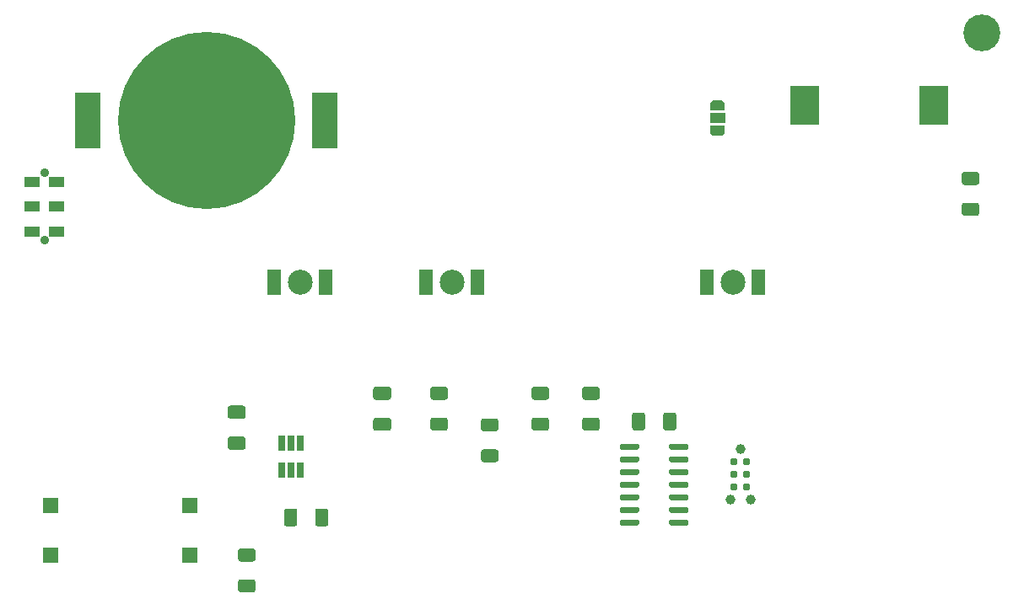
<source format=gts>
%TF.GenerationSoftware,KiCad,Pcbnew,(5.1.9)-1*%
%TF.CreationDate,2021-11-29T08:04:12-06:00*%
%TF.ProjectId,chrimbus2021,63687269-6d62-4757-9332-3032312e6b69,rev?*%
%TF.SameCoordinates,Original*%
%TF.FileFunction,Soldermask,Top*%
%TF.FilePolarity,Negative*%
%FSLAX46Y46*%
G04 Gerber Fmt 4.6, Leading zero omitted, Abs format (unit mm)*
G04 Created by KiCad (PCBNEW (5.1.9)-1) date 2021-11-29 08:04:12*
%MOMM*%
%LPD*%
G01*
G04 APERTURE LIST*
%ADD10C,0.900000*%
%ADD11R,1.600000X1.000000*%
%ADD12R,0.650000X1.560000*%
%ADD13R,1.550000X1.600000*%
%ADD14R,3.000000X4.000000*%
%ADD15R,1.500000X1.000000*%
%ADD16C,0.100000*%
%ADD17C,0.787400*%
%ADD18C,0.990600*%
%ADD19R,1.400000X2.600000*%
%ADD20C,2.500000*%
%ADD21R,2.600000X5.560000*%
%ADD22C,17.800000*%
%ADD23C,3.700000*%
G04 APERTURE END LIST*
%TO.C,C1*%
G36*
G01*
X117210000Y-112379999D02*
X117210000Y-113680001D01*
G75*
G02*
X116960001Y-113930000I-249999J0D01*
G01*
X116134999Y-113930000D01*
G75*
G02*
X115885000Y-113680001I0J249999D01*
G01*
X115885000Y-112379999D01*
G75*
G02*
X116134999Y-112130000I249999J0D01*
G01*
X116960001Y-112130000D01*
G75*
G02*
X117210000Y-112379999I0J-249999D01*
G01*
G37*
G36*
G01*
X120335000Y-112379999D02*
X120335000Y-113680001D01*
G75*
G02*
X120085001Y-113930000I-249999J0D01*
G01*
X119259999Y-113930000D01*
G75*
G02*
X119010000Y-113680001I0J249999D01*
G01*
X119010000Y-112379999D01*
G75*
G02*
X119259999Y-112130000I249999J0D01*
G01*
X120085001Y-112130000D01*
G75*
G02*
X120335000Y-112379999I0J-249999D01*
G01*
G37*
%TD*%
D10*
%TO.C,SW2*%
X56896000Y-94840000D03*
X56896000Y-88040000D03*
D11*
X55696000Y-88940000D03*
X55696000Y-91440000D03*
X55696000Y-93940000D03*
X58096000Y-93940000D03*
X58096000Y-91440000D03*
X58096000Y-88940000D03*
%TD*%
D12*
%TO.C,U2*%
X81661000Y-117936000D03*
X82611000Y-117936000D03*
X80711000Y-117936000D03*
X80711000Y-115236000D03*
X81661000Y-115236000D03*
X82611000Y-115236000D03*
%TD*%
%TO.C,U1*%
G36*
G01*
X119610000Y-115720000D02*
X119610000Y-115420000D01*
G75*
G02*
X119760000Y-115270000I150000J0D01*
G01*
X121410000Y-115270000D01*
G75*
G02*
X121560000Y-115420000I0J-150000D01*
G01*
X121560000Y-115720000D01*
G75*
G02*
X121410000Y-115870000I-150000J0D01*
G01*
X119760000Y-115870000D01*
G75*
G02*
X119610000Y-115720000I0J150000D01*
G01*
G37*
G36*
G01*
X119610000Y-116990000D02*
X119610000Y-116690000D01*
G75*
G02*
X119760000Y-116540000I150000J0D01*
G01*
X121410000Y-116540000D01*
G75*
G02*
X121560000Y-116690000I0J-150000D01*
G01*
X121560000Y-116990000D01*
G75*
G02*
X121410000Y-117140000I-150000J0D01*
G01*
X119760000Y-117140000D01*
G75*
G02*
X119610000Y-116990000I0J150000D01*
G01*
G37*
G36*
G01*
X119610000Y-118260000D02*
X119610000Y-117960000D01*
G75*
G02*
X119760000Y-117810000I150000J0D01*
G01*
X121410000Y-117810000D01*
G75*
G02*
X121560000Y-117960000I0J-150000D01*
G01*
X121560000Y-118260000D01*
G75*
G02*
X121410000Y-118410000I-150000J0D01*
G01*
X119760000Y-118410000D01*
G75*
G02*
X119610000Y-118260000I0J150000D01*
G01*
G37*
G36*
G01*
X119610000Y-119530000D02*
X119610000Y-119230000D01*
G75*
G02*
X119760000Y-119080000I150000J0D01*
G01*
X121410000Y-119080000D01*
G75*
G02*
X121560000Y-119230000I0J-150000D01*
G01*
X121560000Y-119530000D01*
G75*
G02*
X121410000Y-119680000I-150000J0D01*
G01*
X119760000Y-119680000D01*
G75*
G02*
X119610000Y-119530000I0J150000D01*
G01*
G37*
G36*
G01*
X119610000Y-120800000D02*
X119610000Y-120500000D01*
G75*
G02*
X119760000Y-120350000I150000J0D01*
G01*
X121410000Y-120350000D01*
G75*
G02*
X121560000Y-120500000I0J-150000D01*
G01*
X121560000Y-120800000D01*
G75*
G02*
X121410000Y-120950000I-150000J0D01*
G01*
X119760000Y-120950000D01*
G75*
G02*
X119610000Y-120800000I0J150000D01*
G01*
G37*
G36*
G01*
X119610000Y-122070000D02*
X119610000Y-121770000D01*
G75*
G02*
X119760000Y-121620000I150000J0D01*
G01*
X121410000Y-121620000D01*
G75*
G02*
X121560000Y-121770000I0J-150000D01*
G01*
X121560000Y-122070000D01*
G75*
G02*
X121410000Y-122220000I-150000J0D01*
G01*
X119760000Y-122220000D01*
G75*
G02*
X119610000Y-122070000I0J150000D01*
G01*
G37*
G36*
G01*
X119610000Y-123340000D02*
X119610000Y-123040000D01*
G75*
G02*
X119760000Y-122890000I150000J0D01*
G01*
X121410000Y-122890000D01*
G75*
G02*
X121560000Y-123040000I0J-150000D01*
G01*
X121560000Y-123340000D01*
G75*
G02*
X121410000Y-123490000I-150000J0D01*
G01*
X119760000Y-123490000D01*
G75*
G02*
X119610000Y-123340000I0J150000D01*
G01*
G37*
G36*
G01*
X114660000Y-123340000D02*
X114660000Y-123040000D01*
G75*
G02*
X114810000Y-122890000I150000J0D01*
G01*
X116460000Y-122890000D01*
G75*
G02*
X116610000Y-123040000I0J-150000D01*
G01*
X116610000Y-123340000D01*
G75*
G02*
X116460000Y-123490000I-150000J0D01*
G01*
X114810000Y-123490000D01*
G75*
G02*
X114660000Y-123340000I0J150000D01*
G01*
G37*
G36*
G01*
X114660000Y-122070000D02*
X114660000Y-121770000D01*
G75*
G02*
X114810000Y-121620000I150000J0D01*
G01*
X116460000Y-121620000D01*
G75*
G02*
X116610000Y-121770000I0J-150000D01*
G01*
X116610000Y-122070000D01*
G75*
G02*
X116460000Y-122220000I-150000J0D01*
G01*
X114810000Y-122220000D01*
G75*
G02*
X114660000Y-122070000I0J150000D01*
G01*
G37*
G36*
G01*
X114660000Y-120800000D02*
X114660000Y-120500000D01*
G75*
G02*
X114810000Y-120350000I150000J0D01*
G01*
X116460000Y-120350000D01*
G75*
G02*
X116610000Y-120500000I0J-150000D01*
G01*
X116610000Y-120800000D01*
G75*
G02*
X116460000Y-120950000I-150000J0D01*
G01*
X114810000Y-120950000D01*
G75*
G02*
X114660000Y-120800000I0J150000D01*
G01*
G37*
G36*
G01*
X114660000Y-119530000D02*
X114660000Y-119230000D01*
G75*
G02*
X114810000Y-119080000I150000J0D01*
G01*
X116460000Y-119080000D01*
G75*
G02*
X116610000Y-119230000I0J-150000D01*
G01*
X116610000Y-119530000D01*
G75*
G02*
X116460000Y-119680000I-150000J0D01*
G01*
X114810000Y-119680000D01*
G75*
G02*
X114660000Y-119530000I0J150000D01*
G01*
G37*
G36*
G01*
X114660000Y-118260000D02*
X114660000Y-117960000D01*
G75*
G02*
X114810000Y-117810000I150000J0D01*
G01*
X116460000Y-117810000D01*
G75*
G02*
X116610000Y-117960000I0J-150000D01*
G01*
X116610000Y-118260000D01*
G75*
G02*
X116460000Y-118410000I-150000J0D01*
G01*
X114810000Y-118410000D01*
G75*
G02*
X114660000Y-118260000I0J150000D01*
G01*
G37*
G36*
G01*
X114660000Y-116990000D02*
X114660000Y-116690000D01*
G75*
G02*
X114810000Y-116540000I150000J0D01*
G01*
X116460000Y-116540000D01*
G75*
G02*
X116610000Y-116690000I0J-150000D01*
G01*
X116610000Y-116990000D01*
G75*
G02*
X116460000Y-117140000I-150000J0D01*
G01*
X114810000Y-117140000D01*
G75*
G02*
X114660000Y-116990000I0J150000D01*
G01*
G37*
G36*
G01*
X114660000Y-115720000D02*
X114660000Y-115420000D01*
G75*
G02*
X114810000Y-115270000I150000J0D01*
G01*
X116460000Y-115270000D01*
G75*
G02*
X116610000Y-115420000I0J-150000D01*
G01*
X116610000Y-115720000D01*
G75*
G02*
X116460000Y-115870000I-150000J0D01*
G01*
X114810000Y-115870000D01*
G75*
G02*
X114660000Y-115720000I0J150000D01*
G01*
G37*
%TD*%
D13*
%TO.C,SW1*%
X57541000Y-126452000D03*
X57541000Y-121452000D03*
X71491000Y-121452000D03*
X71491000Y-126452000D03*
%TD*%
%TO.C,R6*%
G36*
G01*
X111135000Y-112660000D02*
X112385000Y-112660000D01*
G75*
G02*
X112635000Y-112910000I0J-250000D01*
G01*
X112635000Y-113710000D01*
G75*
G02*
X112385000Y-113960000I-250000J0D01*
G01*
X111135000Y-113960000D01*
G75*
G02*
X110885000Y-113710000I0J250000D01*
G01*
X110885000Y-112910000D01*
G75*
G02*
X111135000Y-112660000I250000J0D01*
G01*
G37*
G36*
G01*
X111135000Y-109560000D02*
X112385000Y-109560000D01*
G75*
G02*
X112635000Y-109810000I0J-250000D01*
G01*
X112635000Y-110610000D01*
G75*
G02*
X112385000Y-110860000I-250000J0D01*
G01*
X111135000Y-110860000D01*
G75*
G02*
X110885000Y-110610000I0J250000D01*
G01*
X110885000Y-109810000D01*
G75*
G02*
X111135000Y-109560000I250000J0D01*
G01*
G37*
%TD*%
%TO.C,R5*%
G36*
G01*
X106055000Y-112660000D02*
X107305000Y-112660000D01*
G75*
G02*
X107555000Y-112910000I0J-250000D01*
G01*
X107555000Y-113710000D01*
G75*
G02*
X107305000Y-113960000I-250000J0D01*
G01*
X106055000Y-113960000D01*
G75*
G02*
X105805000Y-113710000I0J250000D01*
G01*
X105805000Y-112910000D01*
G75*
G02*
X106055000Y-112660000I250000J0D01*
G01*
G37*
G36*
G01*
X106055000Y-109560000D02*
X107305000Y-109560000D01*
G75*
G02*
X107555000Y-109810000I0J-250000D01*
G01*
X107555000Y-110610000D01*
G75*
G02*
X107305000Y-110860000I-250000J0D01*
G01*
X106055000Y-110860000D01*
G75*
G02*
X105805000Y-110610000I0J250000D01*
G01*
X105805000Y-109810000D01*
G75*
G02*
X106055000Y-109560000I250000J0D01*
G01*
G37*
%TD*%
%TO.C,R4*%
G36*
G01*
X95895000Y-112660000D02*
X97145000Y-112660000D01*
G75*
G02*
X97395000Y-112910000I0J-250000D01*
G01*
X97395000Y-113710000D01*
G75*
G02*
X97145000Y-113960000I-250000J0D01*
G01*
X95895000Y-113960000D01*
G75*
G02*
X95645000Y-113710000I0J250000D01*
G01*
X95645000Y-112910000D01*
G75*
G02*
X95895000Y-112660000I250000J0D01*
G01*
G37*
G36*
G01*
X95895000Y-109560000D02*
X97145000Y-109560000D01*
G75*
G02*
X97395000Y-109810000I0J-250000D01*
G01*
X97395000Y-110610000D01*
G75*
G02*
X97145000Y-110860000I-250000J0D01*
G01*
X95895000Y-110860000D01*
G75*
G02*
X95645000Y-110610000I0J250000D01*
G01*
X95645000Y-109810000D01*
G75*
G02*
X95895000Y-109560000I250000J0D01*
G01*
G37*
%TD*%
%TO.C,R3*%
G36*
G01*
X149235000Y-91070000D02*
X150485000Y-91070000D01*
G75*
G02*
X150735000Y-91320000I0J-250000D01*
G01*
X150735000Y-92120000D01*
G75*
G02*
X150485000Y-92370000I-250000J0D01*
G01*
X149235000Y-92370000D01*
G75*
G02*
X148985000Y-92120000I0J250000D01*
G01*
X148985000Y-91320000D01*
G75*
G02*
X149235000Y-91070000I250000J0D01*
G01*
G37*
G36*
G01*
X149235000Y-87970000D02*
X150485000Y-87970000D01*
G75*
G02*
X150735000Y-88220000I0J-250000D01*
G01*
X150735000Y-89020000D01*
G75*
G02*
X150485000Y-89270000I-250000J0D01*
G01*
X149235000Y-89270000D01*
G75*
G02*
X148985000Y-89020000I0J250000D01*
G01*
X148985000Y-88220000D01*
G75*
G02*
X149235000Y-87970000I250000J0D01*
G01*
G37*
%TD*%
%TO.C,R2*%
G36*
G01*
X76591000Y-128916000D02*
X77841000Y-128916000D01*
G75*
G02*
X78091000Y-129166000I0J-250000D01*
G01*
X78091000Y-129966000D01*
G75*
G02*
X77841000Y-130216000I-250000J0D01*
G01*
X76591000Y-130216000D01*
G75*
G02*
X76341000Y-129966000I0J250000D01*
G01*
X76341000Y-129166000D01*
G75*
G02*
X76591000Y-128916000I250000J0D01*
G01*
G37*
G36*
G01*
X76591000Y-125816000D02*
X77841000Y-125816000D01*
G75*
G02*
X78091000Y-126066000I0J-250000D01*
G01*
X78091000Y-126866000D01*
G75*
G02*
X77841000Y-127116000I-250000J0D01*
G01*
X76591000Y-127116000D01*
G75*
G02*
X76341000Y-126866000I0J250000D01*
G01*
X76341000Y-126066000D01*
G75*
G02*
X76591000Y-125816000I250000J0D01*
G01*
G37*
%TD*%
%TO.C,R1*%
G36*
G01*
X102225000Y-114035000D02*
X100975000Y-114035000D01*
G75*
G02*
X100725000Y-113785000I0J250000D01*
G01*
X100725000Y-112985000D01*
G75*
G02*
X100975000Y-112735000I250000J0D01*
G01*
X102225000Y-112735000D01*
G75*
G02*
X102475000Y-112985000I0J-250000D01*
G01*
X102475000Y-113785000D01*
G75*
G02*
X102225000Y-114035000I-250000J0D01*
G01*
G37*
G36*
G01*
X102225000Y-117135000D02*
X100975000Y-117135000D01*
G75*
G02*
X100725000Y-116885000I0J250000D01*
G01*
X100725000Y-116085000D01*
G75*
G02*
X100975000Y-115835000I250000J0D01*
G01*
X102225000Y-115835000D01*
G75*
G02*
X102475000Y-116085000I0J-250000D01*
G01*
X102475000Y-116885000D01*
G75*
G02*
X102225000Y-117135000I-250000J0D01*
G01*
G37*
%TD*%
D14*
%TO.C,LS1*%
X133200000Y-81280000D03*
X146200000Y-81280000D03*
%TD*%
D15*
%TO.C,JP1*%
X124460000Y-82550000D03*
D16*
G36*
X123710602Y-81250000D02*
G01*
X123710602Y-81225466D01*
X123715412Y-81176635D01*
X123724984Y-81128510D01*
X123739228Y-81081555D01*
X123758005Y-81036222D01*
X123781136Y-80992949D01*
X123808396Y-80952150D01*
X123839524Y-80914221D01*
X123874221Y-80879524D01*
X123912150Y-80848396D01*
X123952949Y-80821136D01*
X123996222Y-80798005D01*
X124041555Y-80779228D01*
X124088510Y-80764984D01*
X124136635Y-80755412D01*
X124185466Y-80750602D01*
X124210000Y-80750602D01*
X124210000Y-80750000D01*
X124710000Y-80750000D01*
X124710000Y-80750602D01*
X124734534Y-80750602D01*
X124783365Y-80755412D01*
X124831490Y-80764984D01*
X124878445Y-80779228D01*
X124923778Y-80798005D01*
X124967051Y-80821136D01*
X125007850Y-80848396D01*
X125045779Y-80879524D01*
X125080476Y-80914221D01*
X125111604Y-80952150D01*
X125138864Y-80992949D01*
X125161995Y-81036222D01*
X125180772Y-81081555D01*
X125195016Y-81128510D01*
X125204588Y-81176635D01*
X125209398Y-81225466D01*
X125209398Y-81250000D01*
X125210000Y-81250000D01*
X125210000Y-81800000D01*
X123710000Y-81800000D01*
X123710000Y-81250000D01*
X123710602Y-81250000D01*
G37*
G36*
X125210000Y-83300000D02*
G01*
X125210000Y-83850000D01*
X125209398Y-83850000D01*
X125209398Y-83874534D01*
X125204588Y-83923365D01*
X125195016Y-83971490D01*
X125180772Y-84018445D01*
X125161995Y-84063778D01*
X125138864Y-84107051D01*
X125111604Y-84147850D01*
X125080476Y-84185779D01*
X125045779Y-84220476D01*
X125007850Y-84251604D01*
X124967051Y-84278864D01*
X124923778Y-84301995D01*
X124878445Y-84320772D01*
X124831490Y-84335016D01*
X124783365Y-84344588D01*
X124734534Y-84349398D01*
X124710000Y-84349398D01*
X124710000Y-84350000D01*
X124210000Y-84350000D01*
X124210000Y-84349398D01*
X124185466Y-84349398D01*
X124136635Y-84344588D01*
X124088510Y-84335016D01*
X124041555Y-84320772D01*
X123996222Y-84301995D01*
X123952949Y-84278864D01*
X123912150Y-84251604D01*
X123874221Y-84220476D01*
X123839524Y-84185779D01*
X123808396Y-84147850D01*
X123781136Y-84107051D01*
X123758005Y-84063778D01*
X123739228Y-84018445D01*
X123724984Y-83971490D01*
X123715412Y-83923365D01*
X123710602Y-83874534D01*
X123710602Y-83850000D01*
X123710000Y-83850000D01*
X123710000Y-83300000D01*
X125210000Y-83300000D01*
G37*
%TD*%
D17*
%TO.C,J1*%
X127381000Y-119634000D03*
X126111000Y-119634000D03*
X127381000Y-118364000D03*
X126111000Y-118364000D03*
X127381000Y-117094000D03*
X126111000Y-117094000D03*
D18*
X126746000Y-115824000D03*
X125730000Y-120904000D03*
X127762000Y-120904000D03*
%TD*%
D19*
%TO.C,D3*%
X123384000Y-99060000D03*
X128584000Y-99060000D03*
D20*
X125984000Y-99060000D03*
%TD*%
D19*
%TO.C,D2*%
X95190000Y-99060000D03*
X100390000Y-99060000D03*
D20*
X97790000Y-99060000D03*
%TD*%
D19*
%TO.C,D1*%
X79950000Y-99060000D03*
X85150000Y-99060000D03*
D20*
X82550000Y-99060000D03*
%TD*%
%TO.C,C4*%
G36*
G01*
X91455001Y-110860000D02*
X90154999Y-110860000D01*
G75*
G02*
X89905000Y-110610001I0J249999D01*
G01*
X89905000Y-109784999D01*
G75*
G02*
X90154999Y-109535000I249999J0D01*
G01*
X91455001Y-109535000D01*
G75*
G02*
X91705000Y-109784999I0J-249999D01*
G01*
X91705000Y-110610001D01*
G75*
G02*
X91455001Y-110860000I-249999J0D01*
G01*
G37*
G36*
G01*
X91455001Y-113985000D02*
X90154999Y-113985000D01*
G75*
G02*
X89905000Y-113735001I0J249999D01*
G01*
X89905000Y-112909999D01*
G75*
G02*
X90154999Y-112660000I249999J0D01*
G01*
X91455001Y-112660000D01*
G75*
G02*
X91705000Y-112909999I0J-249999D01*
G01*
X91705000Y-113735001D01*
G75*
G02*
X91455001Y-113985000I-249999J0D01*
G01*
G37*
%TD*%
%TO.C,C3*%
G36*
G01*
X84085000Y-123332001D02*
X84085000Y-122031999D01*
G75*
G02*
X84334999Y-121782000I249999J0D01*
G01*
X85160001Y-121782000D01*
G75*
G02*
X85410000Y-122031999I0J-249999D01*
G01*
X85410000Y-123332001D01*
G75*
G02*
X85160001Y-123582000I-249999J0D01*
G01*
X84334999Y-123582000D01*
G75*
G02*
X84085000Y-123332001I0J249999D01*
G01*
G37*
G36*
G01*
X80960000Y-123332001D02*
X80960000Y-122031999D01*
G75*
G02*
X81209999Y-121782000I249999J0D01*
G01*
X82035001Y-121782000D01*
G75*
G02*
X82285000Y-122031999I0J-249999D01*
G01*
X82285000Y-123332001D01*
G75*
G02*
X82035001Y-123582000I-249999J0D01*
G01*
X81209999Y-123582000D01*
G75*
G02*
X80960000Y-123332001I0J249999D01*
G01*
G37*
%TD*%
%TO.C,C2*%
G36*
G01*
X76850001Y-112765000D02*
X75549999Y-112765000D01*
G75*
G02*
X75300000Y-112515001I0J249999D01*
G01*
X75300000Y-111689999D01*
G75*
G02*
X75549999Y-111440000I249999J0D01*
G01*
X76850001Y-111440000D01*
G75*
G02*
X77100000Y-111689999I0J-249999D01*
G01*
X77100000Y-112515001D01*
G75*
G02*
X76850001Y-112765000I-249999J0D01*
G01*
G37*
G36*
G01*
X76850001Y-115890000D02*
X75549999Y-115890000D01*
G75*
G02*
X75300000Y-115640001I0J249999D01*
G01*
X75300000Y-114814999D01*
G75*
G02*
X75549999Y-114565000I249999J0D01*
G01*
X76850001Y-114565000D01*
G75*
G02*
X77100000Y-114814999I0J-249999D01*
G01*
X77100000Y-115640001D01*
G75*
G02*
X76850001Y-115890000I-249999J0D01*
G01*
G37*
%TD*%
D21*
%TO.C,BT1*%
X61247000Y-82804000D03*
X85057000Y-82804000D03*
D22*
X73152000Y-82804000D03*
%TD*%
D23*
%TO.C,G\u002A\u002A\u002A*%
X150980000Y-73988000D03*
%TD*%
M02*

</source>
